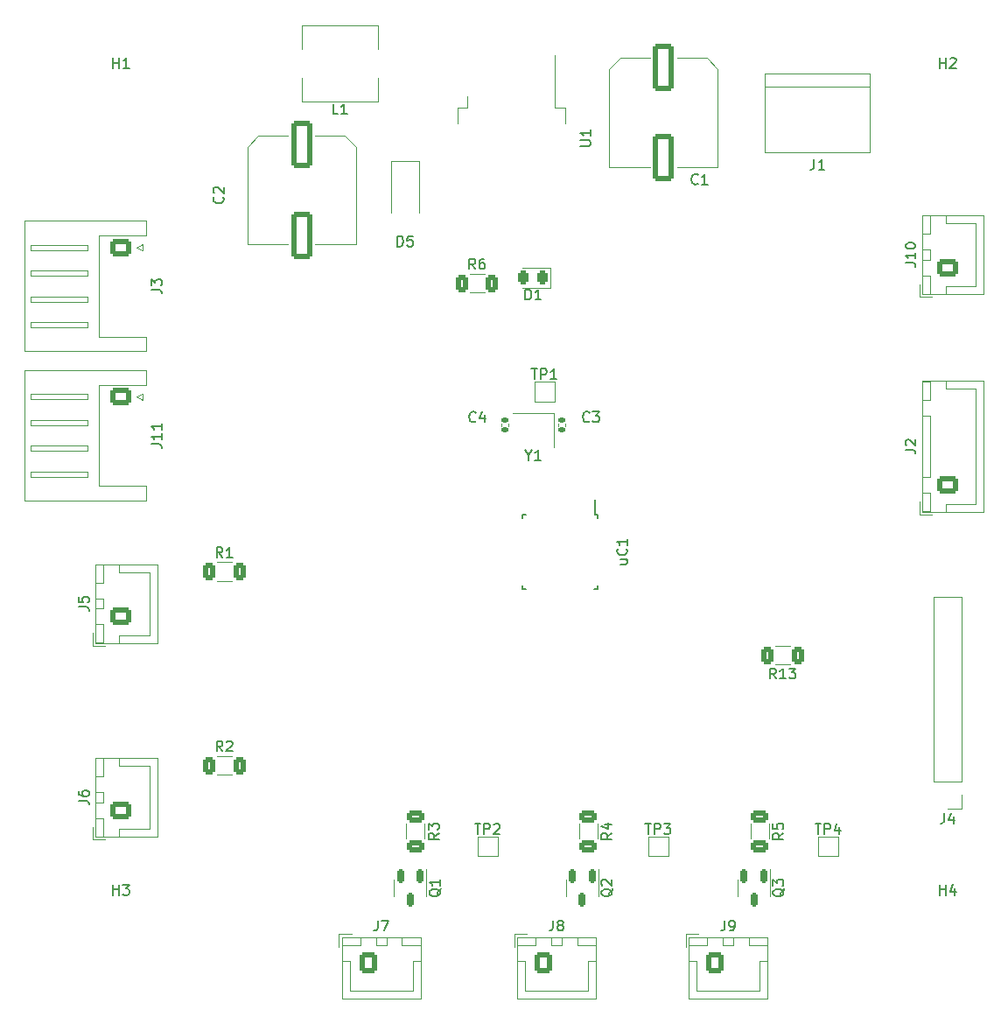
<source format=gbr>
%TF.GenerationSoftware,KiCad,Pcbnew,6.0.11-2627ca5db0~126~ubuntu22.04.1*%
%TF.CreationDate,2023-04-10T22:11:35+02:00*%
%TF.ProjectId,Slicor_carte_commande,536c6963-6f72-45f6-9361-7274655f636f,rev?*%
%TF.SameCoordinates,Original*%
%TF.FileFunction,Legend,Top*%
%TF.FilePolarity,Positive*%
%FSLAX46Y46*%
G04 Gerber Fmt 4.6, Leading zero omitted, Abs format (unit mm)*
G04 Created by KiCad (PCBNEW 6.0.11-2627ca5db0~126~ubuntu22.04.1) date 2023-04-10 22:11:35*
%MOMM*%
%LPD*%
G01*
G04 APERTURE LIST*
G04 Aperture macros list*
%AMRoundRect*
0 Rectangle with rounded corners*
0 $1 Rounding radius*
0 $2 $3 $4 $5 $6 $7 $8 $9 X,Y pos of 4 corners*
0 Add a 4 corners polygon primitive as box body*
4,1,4,$2,$3,$4,$5,$6,$7,$8,$9,$2,$3,0*
0 Add four circle primitives for the rounded corners*
1,1,$1+$1,$2,$3*
1,1,$1+$1,$4,$5*
1,1,$1+$1,$6,$7*
1,1,$1+$1,$8,$9*
0 Add four rect primitives between the rounded corners*
20,1,$1+$1,$2,$3,$4,$5,0*
20,1,$1+$1,$4,$5,$6,$7,0*
20,1,$1+$1,$6,$7,$8,$9,0*
20,1,$1+$1,$8,$9,$2,$3,0*%
G04 Aperture macros list end*
%ADD10C,0.150000*%
%ADD11C,0.120000*%
%ADD12R,1.700000X1.700000*%
%ADD13O,1.700000X1.700000*%
%ADD14R,1.100000X4.600000*%
%ADD15R,10.800000X9.400000*%
%ADD16RoundRect,0.250000X0.750000X-0.600000X0.750000X0.600000X-0.750000X0.600000X-0.750000X-0.600000X0*%
%ADD17O,2.000000X1.700000*%
%ADD18RoundRect,0.250001X-0.799999X2.049999X-0.799999X-2.049999X0.799999X-2.049999X0.799999X2.049999X0*%
%ADD19RoundRect,0.150000X-0.150000X0.512500X-0.150000X-0.512500X0.150000X-0.512500X0.150000X0.512500X0*%
%ADD20RoundRect,0.250000X-0.600000X-0.750000X0.600000X-0.750000X0.600000X0.750000X-0.600000X0.750000X0*%
%ADD21O,1.700000X2.000000*%
%ADD22RoundRect,0.140000X-0.170000X0.140000X-0.170000X-0.140000X0.170000X-0.140000X0.170000X0.140000X0*%
%ADD23RoundRect,0.250000X0.725000X-0.600000X0.725000X0.600000X-0.725000X0.600000X-0.725000X-0.600000X0*%
%ADD24O,1.950000X1.700000*%
%ADD25RoundRect,0.250000X-0.725000X0.600000X-0.725000X-0.600000X0.725000X-0.600000X0.725000X0.600000X0*%
%ADD26RoundRect,0.250000X-0.312500X-0.625000X0.312500X-0.625000X0.312500X0.625000X-0.312500X0.625000X0*%
%ADD27R,2.100000X1.400000*%
%ADD28R,0.550000X1.600000*%
%ADD29R,1.600000X0.550000*%
%ADD30RoundRect,0.250000X-0.625000X0.312500X-0.625000X-0.312500X0.625000X-0.312500X0.625000X0.312500X0*%
%ADD31R,1.500000X2.200000*%
%ADD32R,3.000000X3.000000*%
%ADD33C,3.000000*%
%ADD34R,1.500000X1.500000*%
%ADD35C,7.500000*%
%ADD36RoundRect,0.243750X0.243750X0.456250X-0.243750X0.456250X-0.243750X-0.456250X0.243750X-0.456250X0*%
%ADD37RoundRect,0.250000X0.312500X0.625000X-0.312500X0.625000X-0.312500X-0.625000X0.312500X-0.625000X0*%
%ADD38R,1.400000X1.200000*%
G04 APERTURE END LIST*
D10*
%TO.C,J4*%
X114666666Y-102782380D02*
X114666666Y-103496666D01*
X114619047Y-103639523D01*
X114523809Y-103734761D01*
X114380952Y-103782380D01*
X114285714Y-103782380D01*
X115571428Y-103115714D02*
X115571428Y-103782380D01*
X115333333Y-102734761D02*
X115095238Y-103449047D01*
X115714285Y-103449047D01*
%TO.C,U1*%
X79452380Y-38261904D02*
X80261904Y-38261904D01*
X80357142Y-38214285D01*
X80404761Y-38166666D01*
X80452380Y-38071428D01*
X80452380Y-37880952D01*
X80404761Y-37785714D01*
X80357142Y-37738095D01*
X80261904Y-37690476D01*
X79452380Y-37690476D01*
X80452380Y-36690476D02*
X80452380Y-37261904D01*
X80452380Y-36976190D02*
X79452380Y-36976190D01*
X79595238Y-37071428D01*
X79690476Y-37166666D01*
X79738095Y-37261904D01*
%TO.C,J5*%
X30902380Y-82833333D02*
X31616666Y-82833333D01*
X31759523Y-82880952D01*
X31854761Y-82976190D01*
X31902380Y-83119047D01*
X31902380Y-83214285D01*
X30902380Y-81880952D02*
X30902380Y-82357142D01*
X31378571Y-82404761D01*
X31330952Y-82357142D01*
X31283333Y-82261904D01*
X31283333Y-82023809D01*
X31330952Y-81928571D01*
X31378571Y-81880952D01*
X31473809Y-81833333D01*
X31711904Y-81833333D01*
X31807142Y-81880952D01*
X31854761Y-81928571D01*
X31902380Y-82023809D01*
X31902380Y-82261904D01*
X31854761Y-82357142D01*
X31807142Y-82404761D01*
%TO.C,C2*%
X44857142Y-43166666D02*
X44904761Y-43214285D01*
X44952380Y-43357142D01*
X44952380Y-43452380D01*
X44904761Y-43595238D01*
X44809523Y-43690476D01*
X44714285Y-43738095D01*
X44523809Y-43785714D01*
X44380952Y-43785714D01*
X44190476Y-43738095D01*
X44095238Y-43690476D01*
X44000000Y-43595238D01*
X43952380Y-43452380D01*
X43952380Y-43357142D01*
X44000000Y-43214285D01*
X44047619Y-43166666D01*
X44047619Y-42785714D02*
X44000000Y-42738095D01*
X43952380Y-42642857D01*
X43952380Y-42404761D01*
X44000000Y-42309523D01*
X44047619Y-42261904D01*
X44142857Y-42214285D01*
X44238095Y-42214285D01*
X44380952Y-42261904D01*
X44952380Y-42833333D01*
X44952380Y-42214285D01*
%TO.C,Q2*%
X82597619Y-110095238D02*
X82550000Y-110190476D01*
X82454761Y-110285714D01*
X82311904Y-110428571D01*
X82264285Y-110523809D01*
X82264285Y-110619047D01*
X82502380Y-110571428D02*
X82454761Y-110666666D01*
X82359523Y-110761904D01*
X82169047Y-110809523D01*
X81835714Y-110809523D01*
X81645238Y-110761904D01*
X81550000Y-110666666D01*
X81502380Y-110571428D01*
X81502380Y-110380952D01*
X81550000Y-110285714D01*
X81645238Y-110190476D01*
X81835714Y-110142857D01*
X82169047Y-110142857D01*
X82359523Y-110190476D01*
X82454761Y-110285714D01*
X82502380Y-110380952D01*
X82502380Y-110571428D01*
X81597619Y-109761904D02*
X81550000Y-109714285D01*
X81502380Y-109619047D01*
X81502380Y-109380952D01*
X81550000Y-109285714D01*
X81597619Y-109238095D01*
X81692857Y-109190476D01*
X81788095Y-109190476D01*
X81930952Y-109238095D01*
X82502380Y-109809523D01*
X82502380Y-109190476D01*
%TO.C,J9*%
X93416666Y-113152380D02*
X93416666Y-113866666D01*
X93369047Y-114009523D01*
X93273809Y-114104761D01*
X93130952Y-114152380D01*
X93035714Y-114152380D01*
X93940476Y-114152380D02*
X94130952Y-114152380D01*
X94226190Y-114104761D01*
X94273809Y-114057142D01*
X94369047Y-113914285D01*
X94416666Y-113723809D01*
X94416666Y-113342857D01*
X94369047Y-113247619D01*
X94321428Y-113200000D01*
X94226190Y-113152380D01*
X94035714Y-113152380D01*
X93940476Y-113200000D01*
X93892857Y-113247619D01*
X93845238Y-113342857D01*
X93845238Y-113580952D01*
X93892857Y-113676190D01*
X93940476Y-113723809D01*
X94035714Y-113771428D01*
X94226190Y-113771428D01*
X94321428Y-113723809D01*
X94369047Y-113676190D01*
X94416666Y-113580952D01*
%TO.C,C4*%
X69333333Y-64857142D02*
X69285714Y-64904761D01*
X69142857Y-64952380D01*
X69047619Y-64952380D01*
X68904761Y-64904761D01*
X68809523Y-64809523D01*
X68761904Y-64714285D01*
X68714285Y-64523809D01*
X68714285Y-64380952D01*
X68761904Y-64190476D01*
X68809523Y-64095238D01*
X68904761Y-64000000D01*
X69047619Y-63952380D01*
X69142857Y-63952380D01*
X69285714Y-64000000D01*
X69333333Y-64047619D01*
X70190476Y-64285714D02*
X70190476Y-64952380D01*
X69952380Y-63904761D02*
X69714285Y-64619047D01*
X70333333Y-64619047D01*
%TO.C,J2*%
X110902380Y-67633333D02*
X111616666Y-67633333D01*
X111759523Y-67680952D01*
X111854761Y-67776190D01*
X111902380Y-67919047D01*
X111902380Y-68014285D01*
X110997619Y-67204761D02*
X110950000Y-67157142D01*
X110902380Y-67061904D01*
X110902380Y-66823809D01*
X110950000Y-66728571D01*
X110997619Y-66680952D01*
X111092857Y-66633333D01*
X111188095Y-66633333D01*
X111330952Y-66680952D01*
X111902380Y-67252380D01*
X111902380Y-66633333D01*
%TO.C,J3*%
X37952380Y-52133333D02*
X38666666Y-52133333D01*
X38809523Y-52180952D01*
X38904761Y-52276190D01*
X38952380Y-52419047D01*
X38952380Y-52514285D01*
X37952380Y-51752380D02*
X37952380Y-51133333D01*
X38333333Y-51466666D01*
X38333333Y-51323809D01*
X38380952Y-51228571D01*
X38428571Y-51180952D01*
X38523809Y-51133333D01*
X38761904Y-51133333D01*
X38857142Y-51180952D01*
X38904761Y-51228571D01*
X38952380Y-51323809D01*
X38952380Y-51609523D01*
X38904761Y-51704761D01*
X38857142Y-51752380D01*
%TO.C,R2*%
X44833333Y-96802380D02*
X44500000Y-96326190D01*
X44261904Y-96802380D02*
X44261904Y-95802380D01*
X44642857Y-95802380D01*
X44738095Y-95850000D01*
X44785714Y-95897619D01*
X44833333Y-95992857D01*
X44833333Y-96135714D01*
X44785714Y-96230952D01*
X44738095Y-96278571D01*
X44642857Y-96326190D01*
X44261904Y-96326190D01*
X45214285Y-95897619D02*
X45261904Y-95850000D01*
X45357142Y-95802380D01*
X45595238Y-95802380D01*
X45690476Y-95850000D01*
X45738095Y-95897619D01*
X45785714Y-95992857D01*
X45785714Y-96088095D01*
X45738095Y-96230952D01*
X45166666Y-96802380D01*
X45785714Y-96802380D01*
%TO.C,D5*%
X61761904Y-47952380D02*
X61761904Y-46952380D01*
X62000000Y-46952380D01*
X62142857Y-47000000D01*
X62238095Y-47095238D01*
X62285714Y-47190476D01*
X62333333Y-47380952D01*
X62333333Y-47523809D01*
X62285714Y-47714285D01*
X62238095Y-47809523D01*
X62142857Y-47904761D01*
X62000000Y-47952380D01*
X61761904Y-47952380D01*
X63238095Y-46952380D02*
X62761904Y-46952380D01*
X62714285Y-47428571D01*
X62761904Y-47380952D01*
X62857142Y-47333333D01*
X63095238Y-47333333D01*
X63190476Y-47380952D01*
X63238095Y-47428571D01*
X63285714Y-47523809D01*
X63285714Y-47761904D01*
X63238095Y-47857142D01*
X63190476Y-47904761D01*
X63095238Y-47952380D01*
X62857142Y-47952380D01*
X62761904Y-47904761D01*
X62714285Y-47857142D01*
%TO.C,R6*%
X69295833Y-50142380D02*
X68962500Y-49666190D01*
X68724404Y-50142380D02*
X68724404Y-49142380D01*
X69105357Y-49142380D01*
X69200595Y-49190000D01*
X69248214Y-49237619D01*
X69295833Y-49332857D01*
X69295833Y-49475714D01*
X69248214Y-49570952D01*
X69200595Y-49618571D01*
X69105357Y-49666190D01*
X68724404Y-49666190D01*
X70152976Y-49142380D02*
X69962500Y-49142380D01*
X69867261Y-49190000D01*
X69819642Y-49237619D01*
X69724404Y-49380476D01*
X69676785Y-49570952D01*
X69676785Y-49951904D01*
X69724404Y-50047142D01*
X69772023Y-50094761D01*
X69867261Y-50142380D01*
X70057738Y-50142380D01*
X70152976Y-50094761D01*
X70200595Y-50047142D01*
X70248214Y-49951904D01*
X70248214Y-49713809D01*
X70200595Y-49618571D01*
X70152976Y-49570952D01*
X70057738Y-49523333D01*
X69867261Y-49523333D01*
X69772023Y-49570952D01*
X69724404Y-49618571D01*
X69676785Y-49713809D01*
%TO.C,uC1*%
X83335714Y-78261904D02*
X84002380Y-78261904D01*
X83335714Y-78690476D02*
X83859523Y-78690476D01*
X83954761Y-78642857D01*
X84002380Y-78547619D01*
X84002380Y-78404761D01*
X83954761Y-78309523D01*
X83907142Y-78261904D01*
X83907142Y-77214285D02*
X83954761Y-77261904D01*
X84002380Y-77404761D01*
X84002380Y-77500000D01*
X83954761Y-77642857D01*
X83859523Y-77738095D01*
X83764285Y-77785714D01*
X83573809Y-77833333D01*
X83430952Y-77833333D01*
X83240476Y-77785714D01*
X83145238Y-77738095D01*
X83050000Y-77642857D01*
X83002380Y-77500000D01*
X83002380Y-77404761D01*
X83050000Y-77261904D01*
X83097619Y-77214285D01*
X84002380Y-76261904D02*
X84002380Y-76833333D01*
X84002380Y-76547619D02*
X83002380Y-76547619D01*
X83145238Y-76642857D01*
X83240476Y-76738095D01*
X83288095Y-76833333D01*
%TO.C,R3*%
X65772380Y-104704166D02*
X65296190Y-105037500D01*
X65772380Y-105275595D02*
X64772380Y-105275595D01*
X64772380Y-104894642D01*
X64820000Y-104799404D01*
X64867619Y-104751785D01*
X64962857Y-104704166D01*
X65105714Y-104704166D01*
X65200952Y-104751785D01*
X65248571Y-104799404D01*
X65296190Y-104894642D01*
X65296190Y-105275595D01*
X64772380Y-104370833D02*
X64772380Y-103751785D01*
X65153333Y-104085119D01*
X65153333Y-103942261D01*
X65200952Y-103847023D01*
X65248571Y-103799404D01*
X65343809Y-103751785D01*
X65581904Y-103751785D01*
X65677142Y-103799404D01*
X65724761Y-103847023D01*
X65772380Y-103942261D01*
X65772380Y-104227976D01*
X65724761Y-104323214D01*
X65677142Y-104370833D01*
%TO.C,L1*%
X56023333Y-35162380D02*
X55547142Y-35162380D01*
X55547142Y-34162380D01*
X56880476Y-35162380D02*
X56309047Y-35162380D01*
X56594761Y-35162380D02*
X56594761Y-34162380D01*
X56499523Y-34305238D01*
X56404285Y-34400476D01*
X56309047Y-34448095D01*
%TO.C,R5*%
X99102380Y-104704166D02*
X98626190Y-105037500D01*
X99102380Y-105275595D02*
X98102380Y-105275595D01*
X98102380Y-104894642D01*
X98150000Y-104799404D01*
X98197619Y-104751785D01*
X98292857Y-104704166D01*
X98435714Y-104704166D01*
X98530952Y-104751785D01*
X98578571Y-104799404D01*
X98626190Y-104894642D01*
X98626190Y-105275595D01*
X98102380Y-103799404D02*
X98102380Y-104275595D01*
X98578571Y-104323214D01*
X98530952Y-104275595D01*
X98483333Y-104180357D01*
X98483333Y-103942261D01*
X98530952Y-103847023D01*
X98578571Y-103799404D01*
X98673809Y-103751785D01*
X98911904Y-103751785D01*
X99007142Y-103799404D01*
X99054761Y-103847023D01*
X99102380Y-103942261D01*
X99102380Y-104180357D01*
X99054761Y-104275595D01*
X99007142Y-104323214D01*
%TO.C,J11*%
X37952380Y-67059523D02*
X38666666Y-67059523D01*
X38809523Y-67107142D01*
X38904761Y-67202380D01*
X38952380Y-67345238D01*
X38952380Y-67440476D01*
X38952380Y-66059523D02*
X38952380Y-66630952D01*
X38952380Y-66345238D02*
X37952380Y-66345238D01*
X38095238Y-66440476D01*
X38190476Y-66535714D01*
X38238095Y-66630952D01*
X38952380Y-65107142D02*
X38952380Y-65678571D01*
X38952380Y-65392857D02*
X37952380Y-65392857D01*
X38095238Y-65488095D01*
X38190476Y-65583333D01*
X38238095Y-65678571D01*
%TO.C,J1*%
X102086666Y-39532380D02*
X102086666Y-40246666D01*
X102039047Y-40389523D01*
X101943809Y-40484761D01*
X101800952Y-40532380D01*
X101705714Y-40532380D01*
X103086666Y-40532380D02*
X102515238Y-40532380D01*
X102800952Y-40532380D02*
X102800952Y-39532380D01*
X102705714Y-39675238D01*
X102610476Y-39770476D01*
X102515238Y-39818095D01*
%TO.C,C3*%
X80333333Y-64857142D02*
X80285714Y-64904761D01*
X80142857Y-64952380D01*
X80047619Y-64952380D01*
X79904761Y-64904761D01*
X79809523Y-64809523D01*
X79761904Y-64714285D01*
X79714285Y-64523809D01*
X79714285Y-64380952D01*
X79761904Y-64190476D01*
X79809523Y-64095238D01*
X79904761Y-64000000D01*
X80047619Y-63952380D01*
X80142857Y-63952380D01*
X80285714Y-64000000D01*
X80333333Y-64047619D01*
X80666666Y-63952380D02*
X81285714Y-63952380D01*
X80952380Y-64333333D01*
X81095238Y-64333333D01*
X81190476Y-64380952D01*
X81238095Y-64428571D01*
X81285714Y-64523809D01*
X81285714Y-64761904D01*
X81238095Y-64857142D01*
X81190476Y-64904761D01*
X81095238Y-64952380D01*
X80809523Y-64952380D01*
X80714285Y-64904761D01*
X80666666Y-64857142D01*
%TO.C,J8*%
X76816666Y-113152380D02*
X76816666Y-113866666D01*
X76769047Y-114009523D01*
X76673809Y-114104761D01*
X76530952Y-114152380D01*
X76435714Y-114152380D01*
X77435714Y-113580952D02*
X77340476Y-113533333D01*
X77292857Y-113485714D01*
X77245238Y-113390476D01*
X77245238Y-113342857D01*
X77292857Y-113247619D01*
X77340476Y-113200000D01*
X77435714Y-113152380D01*
X77626190Y-113152380D01*
X77721428Y-113200000D01*
X77769047Y-113247619D01*
X77816666Y-113342857D01*
X77816666Y-113390476D01*
X77769047Y-113485714D01*
X77721428Y-113533333D01*
X77626190Y-113580952D01*
X77435714Y-113580952D01*
X77340476Y-113628571D01*
X77292857Y-113676190D01*
X77245238Y-113771428D01*
X77245238Y-113961904D01*
X77292857Y-114057142D01*
X77340476Y-114104761D01*
X77435714Y-114152380D01*
X77626190Y-114152380D01*
X77721428Y-114104761D01*
X77769047Y-114057142D01*
X77816666Y-113961904D01*
X77816666Y-113771428D01*
X77769047Y-113676190D01*
X77721428Y-113628571D01*
X77626190Y-113580952D01*
%TO.C,TP4*%
X102188095Y-103804380D02*
X102759523Y-103804380D01*
X102473809Y-104804380D02*
X102473809Y-103804380D01*
X103092857Y-104804380D02*
X103092857Y-103804380D01*
X103473809Y-103804380D01*
X103569047Y-103852000D01*
X103616666Y-103899619D01*
X103664285Y-103994857D01*
X103664285Y-104137714D01*
X103616666Y-104232952D01*
X103569047Y-104280571D01*
X103473809Y-104328190D01*
X103092857Y-104328190D01*
X104521428Y-104137714D02*
X104521428Y-104804380D01*
X104283333Y-103756761D02*
X104045238Y-104471047D01*
X104664285Y-104471047D01*
%TO.C,H1*%
X34238095Y-30702380D02*
X34238095Y-29702380D01*
X34238095Y-30178571D02*
X34809523Y-30178571D01*
X34809523Y-30702380D02*
X34809523Y-29702380D01*
X35809523Y-30702380D02*
X35238095Y-30702380D01*
X35523809Y-30702380D02*
X35523809Y-29702380D01*
X35428571Y-29845238D01*
X35333333Y-29940476D01*
X35238095Y-29988095D01*
%TO.C,R4*%
X82502380Y-104704166D02*
X82026190Y-105037500D01*
X82502380Y-105275595D02*
X81502380Y-105275595D01*
X81502380Y-104894642D01*
X81550000Y-104799404D01*
X81597619Y-104751785D01*
X81692857Y-104704166D01*
X81835714Y-104704166D01*
X81930952Y-104751785D01*
X81978571Y-104799404D01*
X82026190Y-104894642D01*
X82026190Y-105275595D01*
X81835714Y-103847023D02*
X82502380Y-103847023D01*
X81454761Y-104085119D02*
X82169047Y-104323214D01*
X82169047Y-103704166D01*
%TO.C,C1*%
X90833333Y-41857142D02*
X90785714Y-41904761D01*
X90642857Y-41952380D01*
X90547619Y-41952380D01*
X90404761Y-41904761D01*
X90309523Y-41809523D01*
X90261904Y-41714285D01*
X90214285Y-41523809D01*
X90214285Y-41380952D01*
X90261904Y-41190476D01*
X90309523Y-41095238D01*
X90404761Y-41000000D01*
X90547619Y-40952380D01*
X90642857Y-40952380D01*
X90785714Y-41000000D01*
X90833333Y-41047619D01*
X91785714Y-41952380D02*
X91214285Y-41952380D01*
X91500000Y-41952380D02*
X91500000Y-40952380D01*
X91404761Y-41095238D01*
X91309523Y-41190476D01*
X91214285Y-41238095D01*
%TO.C,J10*%
X110902380Y-49559523D02*
X111616666Y-49559523D01*
X111759523Y-49607142D01*
X111854761Y-49702380D01*
X111902380Y-49845238D01*
X111902380Y-49940476D01*
X111902380Y-48559523D02*
X111902380Y-49130952D01*
X111902380Y-48845238D02*
X110902380Y-48845238D01*
X111045238Y-48940476D01*
X111140476Y-49035714D01*
X111188095Y-49130952D01*
X110902380Y-47940476D02*
X110902380Y-47845238D01*
X110950000Y-47750000D01*
X110997619Y-47702380D01*
X111092857Y-47654761D01*
X111283333Y-47607142D01*
X111521428Y-47607142D01*
X111711904Y-47654761D01*
X111807142Y-47702380D01*
X111854761Y-47750000D01*
X111902380Y-47845238D01*
X111902380Y-47940476D01*
X111854761Y-48035714D01*
X111807142Y-48083333D01*
X111711904Y-48130952D01*
X111521428Y-48178571D01*
X111283333Y-48178571D01*
X111092857Y-48130952D01*
X110997619Y-48083333D01*
X110950000Y-48035714D01*
X110902380Y-47940476D01*
%TO.C,J7*%
X59866666Y-113152380D02*
X59866666Y-113866666D01*
X59819047Y-114009523D01*
X59723809Y-114104761D01*
X59580952Y-114152380D01*
X59485714Y-114152380D01*
X60247619Y-113152380D02*
X60914285Y-113152380D01*
X60485714Y-114152380D01*
%TO.C,TP2*%
X69238095Y-103804380D02*
X69809523Y-103804380D01*
X69523809Y-104804380D02*
X69523809Y-103804380D01*
X70142857Y-104804380D02*
X70142857Y-103804380D01*
X70523809Y-103804380D01*
X70619047Y-103852000D01*
X70666666Y-103899619D01*
X70714285Y-103994857D01*
X70714285Y-104137714D01*
X70666666Y-104232952D01*
X70619047Y-104280571D01*
X70523809Y-104328190D01*
X70142857Y-104328190D01*
X71095238Y-103899619D02*
X71142857Y-103852000D01*
X71238095Y-103804380D01*
X71476190Y-103804380D01*
X71571428Y-103852000D01*
X71619047Y-103899619D01*
X71666666Y-103994857D01*
X71666666Y-104090095D01*
X71619047Y-104232952D01*
X71047619Y-104804380D01*
X71666666Y-104804380D01*
%TO.C,D1*%
X74136904Y-53102380D02*
X74136904Y-52102380D01*
X74375000Y-52102380D01*
X74517857Y-52150000D01*
X74613095Y-52245238D01*
X74660714Y-52340476D01*
X74708333Y-52530952D01*
X74708333Y-52673809D01*
X74660714Y-52864285D01*
X74613095Y-52959523D01*
X74517857Y-53054761D01*
X74375000Y-53102380D01*
X74136904Y-53102380D01*
X75660714Y-53102380D02*
X75089285Y-53102380D01*
X75375000Y-53102380D02*
X75375000Y-52102380D01*
X75279761Y-52245238D01*
X75184523Y-52340476D01*
X75089285Y-52388095D01*
%TO.C,H4*%
X114238095Y-110702380D02*
X114238095Y-109702380D01*
X114238095Y-110178571D02*
X114809523Y-110178571D01*
X114809523Y-110702380D02*
X114809523Y-109702380D01*
X115714285Y-110035714D02*
X115714285Y-110702380D01*
X115476190Y-109654761D02*
X115238095Y-110369047D01*
X115857142Y-110369047D01*
%TO.C,J6*%
X30902380Y-101583333D02*
X31616666Y-101583333D01*
X31759523Y-101630952D01*
X31854761Y-101726190D01*
X31902380Y-101869047D01*
X31902380Y-101964285D01*
X30902380Y-100678571D02*
X30902380Y-100869047D01*
X30950000Y-100964285D01*
X30997619Y-101011904D01*
X31140476Y-101107142D01*
X31330952Y-101154761D01*
X31711904Y-101154761D01*
X31807142Y-101107142D01*
X31854761Y-101059523D01*
X31902380Y-100964285D01*
X31902380Y-100773809D01*
X31854761Y-100678571D01*
X31807142Y-100630952D01*
X31711904Y-100583333D01*
X31473809Y-100583333D01*
X31378571Y-100630952D01*
X31330952Y-100678571D01*
X31283333Y-100773809D01*
X31283333Y-100964285D01*
X31330952Y-101059523D01*
X31378571Y-101107142D01*
X31473809Y-101154761D01*
%TO.C,R13*%
X98394642Y-89772380D02*
X98061309Y-89296190D01*
X97823214Y-89772380D02*
X97823214Y-88772380D01*
X98204166Y-88772380D01*
X98299404Y-88820000D01*
X98347023Y-88867619D01*
X98394642Y-88962857D01*
X98394642Y-89105714D01*
X98347023Y-89200952D01*
X98299404Y-89248571D01*
X98204166Y-89296190D01*
X97823214Y-89296190D01*
X99347023Y-89772380D02*
X98775595Y-89772380D01*
X99061309Y-89772380D02*
X99061309Y-88772380D01*
X98966071Y-88915238D01*
X98870833Y-89010476D01*
X98775595Y-89058095D01*
X99680357Y-88772380D02*
X100299404Y-88772380D01*
X99966071Y-89153333D01*
X100108928Y-89153333D01*
X100204166Y-89200952D01*
X100251785Y-89248571D01*
X100299404Y-89343809D01*
X100299404Y-89581904D01*
X100251785Y-89677142D01*
X100204166Y-89724761D01*
X100108928Y-89772380D01*
X99823214Y-89772380D01*
X99727976Y-89724761D01*
X99680357Y-89677142D01*
%TO.C,H3*%
X34238095Y-110702380D02*
X34238095Y-109702380D01*
X34238095Y-110178571D02*
X34809523Y-110178571D01*
X34809523Y-110702380D02*
X34809523Y-109702380D01*
X35190476Y-109702380D02*
X35809523Y-109702380D01*
X35476190Y-110083333D01*
X35619047Y-110083333D01*
X35714285Y-110130952D01*
X35761904Y-110178571D01*
X35809523Y-110273809D01*
X35809523Y-110511904D01*
X35761904Y-110607142D01*
X35714285Y-110654761D01*
X35619047Y-110702380D01*
X35333333Y-110702380D01*
X35238095Y-110654761D01*
X35190476Y-110607142D01*
%TO.C,Y1*%
X74448809Y-68151190D02*
X74448809Y-68627380D01*
X74115476Y-67627380D02*
X74448809Y-68151190D01*
X74782142Y-67627380D01*
X75639285Y-68627380D02*
X75067857Y-68627380D01*
X75353571Y-68627380D02*
X75353571Y-67627380D01*
X75258333Y-67770238D01*
X75163095Y-67865476D01*
X75067857Y-67913095D01*
%TO.C,Q1*%
X65947619Y-110095238D02*
X65900000Y-110190476D01*
X65804761Y-110285714D01*
X65661904Y-110428571D01*
X65614285Y-110523809D01*
X65614285Y-110619047D01*
X65852380Y-110571428D02*
X65804761Y-110666666D01*
X65709523Y-110761904D01*
X65519047Y-110809523D01*
X65185714Y-110809523D01*
X64995238Y-110761904D01*
X64900000Y-110666666D01*
X64852380Y-110571428D01*
X64852380Y-110380952D01*
X64900000Y-110285714D01*
X64995238Y-110190476D01*
X65185714Y-110142857D01*
X65519047Y-110142857D01*
X65709523Y-110190476D01*
X65804761Y-110285714D01*
X65852380Y-110380952D01*
X65852380Y-110571428D01*
X65852380Y-109190476D02*
X65852380Y-109761904D01*
X65852380Y-109476190D02*
X64852380Y-109476190D01*
X64995238Y-109571428D01*
X65090476Y-109666666D01*
X65138095Y-109761904D01*
%TO.C,H2*%
X114238095Y-30702380D02*
X114238095Y-29702380D01*
X114238095Y-30178571D02*
X114809523Y-30178571D01*
X114809523Y-30702380D02*
X114809523Y-29702380D01*
X115238095Y-29797619D02*
X115285714Y-29750000D01*
X115380952Y-29702380D01*
X115619047Y-29702380D01*
X115714285Y-29750000D01*
X115761904Y-29797619D01*
X115809523Y-29892857D01*
X115809523Y-29988095D01*
X115761904Y-30130952D01*
X115190476Y-30702380D01*
X115809523Y-30702380D01*
%TO.C,R1*%
X44833333Y-78052380D02*
X44500000Y-77576190D01*
X44261904Y-78052380D02*
X44261904Y-77052380D01*
X44642857Y-77052380D01*
X44738095Y-77100000D01*
X44785714Y-77147619D01*
X44833333Y-77242857D01*
X44833333Y-77385714D01*
X44785714Y-77480952D01*
X44738095Y-77528571D01*
X44642857Y-77576190D01*
X44261904Y-77576190D01*
X45785714Y-78052380D02*
X45214285Y-78052380D01*
X45500000Y-78052380D02*
X45500000Y-77052380D01*
X45404761Y-77195238D01*
X45309523Y-77290476D01*
X45214285Y-77338095D01*
%TO.C,Q3*%
X99197619Y-110095238D02*
X99150000Y-110190476D01*
X99054761Y-110285714D01*
X98911904Y-110428571D01*
X98864285Y-110523809D01*
X98864285Y-110619047D01*
X99102380Y-110571428D02*
X99054761Y-110666666D01*
X98959523Y-110761904D01*
X98769047Y-110809523D01*
X98435714Y-110809523D01*
X98245238Y-110761904D01*
X98150000Y-110666666D01*
X98102380Y-110571428D01*
X98102380Y-110380952D01*
X98150000Y-110285714D01*
X98245238Y-110190476D01*
X98435714Y-110142857D01*
X98769047Y-110142857D01*
X98959523Y-110190476D01*
X99054761Y-110285714D01*
X99102380Y-110380952D01*
X99102380Y-110571428D01*
X98102380Y-109809523D02*
X98102380Y-109190476D01*
X98483333Y-109523809D01*
X98483333Y-109380952D01*
X98530952Y-109285714D01*
X98578571Y-109238095D01*
X98673809Y-109190476D01*
X98911904Y-109190476D01*
X99007142Y-109238095D01*
X99054761Y-109285714D01*
X99102380Y-109380952D01*
X99102380Y-109666666D01*
X99054761Y-109761904D01*
X99007142Y-109809523D01*
%TO.C,TP1*%
X74738095Y-59804380D02*
X75309523Y-59804380D01*
X75023809Y-60804380D02*
X75023809Y-59804380D01*
X75642857Y-60804380D02*
X75642857Y-59804380D01*
X76023809Y-59804380D01*
X76119047Y-59852000D01*
X76166666Y-59899619D01*
X76214285Y-59994857D01*
X76214285Y-60137714D01*
X76166666Y-60232952D01*
X76119047Y-60280571D01*
X76023809Y-60328190D01*
X75642857Y-60328190D01*
X77166666Y-60804380D02*
X76595238Y-60804380D01*
X76880952Y-60804380D02*
X76880952Y-59804380D01*
X76785714Y-59947238D01*
X76690476Y-60042476D01*
X76595238Y-60090095D01*
%TO.C,TP3*%
X85738095Y-103804380D02*
X86309523Y-103804380D01*
X86023809Y-104804380D02*
X86023809Y-103804380D01*
X86642857Y-104804380D02*
X86642857Y-103804380D01*
X87023809Y-103804380D01*
X87119047Y-103852000D01*
X87166666Y-103899619D01*
X87214285Y-103994857D01*
X87214285Y-104137714D01*
X87166666Y-104232952D01*
X87119047Y-104280571D01*
X87023809Y-104328190D01*
X86642857Y-104328190D01*
X87547619Y-103804380D02*
X88166666Y-103804380D01*
X87833333Y-104185333D01*
X87976190Y-104185333D01*
X88071428Y-104232952D01*
X88119047Y-104280571D01*
X88166666Y-104375809D01*
X88166666Y-104613904D01*
X88119047Y-104709142D01*
X88071428Y-104756761D01*
X87976190Y-104804380D01*
X87690476Y-104804380D01*
X87595238Y-104756761D01*
X87547619Y-104709142D01*
D11*
%TO.C,J4*%
X116330000Y-99730000D02*
X113670000Y-99730000D01*
X116330000Y-81890000D02*
X113670000Y-81890000D01*
X116330000Y-99730000D02*
X116330000Y-81890000D01*
X116330000Y-101000000D02*
X116330000Y-102330000D01*
X113670000Y-99730000D02*
X113670000Y-81890000D01*
X116330000Y-102330000D02*
X115000000Y-102330000D01*
%TO.C,U1*%
X68525000Y-34550000D02*
X68525000Y-33450000D01*
X67575000Y-36050000D02*
X67575000Y-34550000D01*
X77975000Y-36050000D02*
X77975000Y-34550000D01*
X77975000Y-34550000D02*
X77025000Y-34550000D01*
X67575000Y-34550000D02*
X68525000Y-34550000D01*
X77025000Y-34550000D02*
X77025000Y-29425000D01*
%TO.C,J5*%
X34800000Y-86300000D02*
X34800000Y-85550000D01*
X34800000Y-78700000D02*
X34800000Y-79450000D01*
X32550000Y-86300000D02*
X33300000Y-86300000D01*
X33300000Y-84500000D02*
X32550000Y-84500000D01*
X32550000Y-84500000D02*
X32550000Y-86300000D01*
X32550000Y-78700000D02*
X32550000Y-80500000D01*
X38510000Y-78690000D02*
X32540000Y-78690000D01*
X38510000Y-86310000D02*
X38510000Y-78690000D01*
X37750000Y-85550000D02*
X37750000Y-82500000D01*
X32550000Y-80500000D02*
X33300000Y-80500000D01*
X33300000Y-83000000D02*
X33300000Y-82000000D01*
X34800000Y-85550000D02*
X37750000Y-85550000D01*
X32540000Y-86310000D02*
X38510000Y-86310000D01*
X34800000Y-79450000D02*
X37750000Y-79450000D01*
X32550000Y-82000000D02*
X32550000Y-83000000D01*
X32550000Y-83000000D02*
X33300000Y-83000000D01*
X32540000Y-78690000D02*
X32540000Y-86310000D01*
X32250000Y-85350000D02*
X32250000Y-86600000D01*
X33300000Y-82000000D02*
X32550000Y-82000000D01*
X33300000Y-78700000D02*
X32550000Y-78700000D01*
X37750000Y-79450000D02*
X37750000Y-82500000D01*
X33300000Y-80500000D02*
X33300000Y-78700000D01*
X32250000Y-86600000D02*
X33500000Y-86600000D01*
X33300000Y-86300000D02*
X33300000Y-84500000D01*
%TO.C,C2*%
X56695563Y-37240000D02*
X53810000Y-37240000D01*
X47240000Y-38304437D02*
X47240000Y-47760000D01*
X57760000Y-47760000D02*
X53810000Y-47760000D01*
X48304437Y-37240000D02*
X51190000Y-37240000D01*
X57760000Y-38304437D02*
X57760000Y-47760000D01*
X47240000Y-47760000D02*
X51190000Y-47760000D01*
X48304437Y-37240000D02*
X47240000Y-38304437D01*
X56695563Y-37240000D02*
X57760000Y-38304437D01*
%TO.C,Q2*%
X78090000Y-110000000D02*
X78090000Y-110800000D01*
X81210000Y-110000000D02*
X81210000Y-110800000D01*
X81210000Y-110000000D02*
X81210000Y-108200000D01*
X78090000Y-110000000D02*
X78090000Y-109200000D01*
%TO.C,J9*%
X91750000Y-114800000D02*
X89950000Y-114800000D01*
X91750000Y-115550000D02*
X91750000Y-114800000D01*
X89650000Y-114500000D02*
X89650000Y-115750000D01*
X93250000Y-114800000D02*
X93250000Y-115550000D01*
X97560000Y-114790000D02*
X89940000Y-114790000D01*
X89950000Y-117050000D02*
X90700000Y-117050000D01*
X89950000Y-115550000D02*
X91750000Y-115550000D01*
X96800000Y-120000000D02*
X93750000Y-120000000D01*
X90700000Y-120000000D02*
X93750000Y-120000000D01*
X97560000Y-120760000D02*
X97560000Y-114790000D01*
X97550000Y-114800000D02*
X95750000Y-114800000D01*
X90700000Y-117050000D02*
X90700000Y-120000000D01*
X96800000Y-117050000D02*
X96800000Y-120000000D01*
X97550000Y-117050000D02*
X96800000Y-117050000D01*
X89950000Y-114800000D02*
X89950000Y-115550000D01*
X94250000Y-114800000D02*
X93250000Y-114800000D01*
X95750000Y-114800000D02*
X95750000Y-115550000D01*
X89940000Y-114790000D02*
X89940000Y-120760000D01*
X89940000Y-120760000D02*
X97560000Y-120760000D01*
X95750000Y-115550000D02*
X97550000Y-115550000D01*
X90900000Y-114500000D02*
X89650000Y-114500000D01*
X93250000Y-115550000D02*
X94250000Y-115550000D01*
X94250000Y-115550000D02*
X94250000Y-114800000D01*
X97550000Y-115550000D02*
X97550000Y-114800000D01*
%TO.C,C4*%
X71815000Y-65097164D02*
X71815000Y-65312836D01*
X72535000Y-65097164D02*
X72535000Y-65312836D01*
%TO.C,J2*%
X112550000Y-61000000D02*
X112550000Y-62800000D01*
X112550000Y-71800000D02*
X112550000Y-73600000D01*
X112550000Y-64300000D02*
X112550000Y-70300000D01*
X114800000Y-61000000D02*
X114800000Y-61750000D01*
X114800000Y-61750000D02*
X117750000Y-61750000D01*
X112550000Y-62800000D02*
X113300000Y-62800000D01*
X112540000Y-73610000D02*
X118510000Y-73610000D01*
X112250000Y-73900000D02*
X113500000Y-73900000D01*
X112550000Y-70300000D02*
X113300000Y-70300000D01*
X113300000Y-71800000D02*
X112550000Y-71800000D01*
X118510000Y-73610000D02*
X118510000Y-60990000D01*
X113300000Y-73600000D02*
X113300000Y-71800000D01*
X118510000Y-60990000D02*
X112540000Y-60990000D01*
X114800000Y-72850000D02*
X117750000Y-72850000D01*
X113300000Y-61000000D02*
X112550000Y-61000000D01*
X114800000Y-73600000D02*
X114800000Y-72850000D01*
X113300000Y-70300000D02*
X113300000Y-64300000D01*
X117750000Y-61750000D02*
X117750000Y-67300000D01*
X117750000Y-72850000D02*
X117750000Y-67300000D01*
X113300000Y-64300000D02*
X112550000Y-64300000D01*
X112250000Y-72650000D02*
X112250000Y-73900000D01*
X113300000Y-62800000D02*
X113300000Y-61000000D01*
X112540000Y-60990000D02*
X112540000Y-73610000D01*
X112550000Y-73600000D02*
X113300000Y-73600000D01*
%TO.C,J3*%
X31800000Y-55300000D02*
X26300000Y-55300000D01*
X31800000Y-50300000D02*
X26300000Y-50300000D01*
X31800000Y-47800000D02*
X26300000Y-47800000D01*
X26300000Y-47800000D02*
X26300000Y-48300000D01*
X26300000Y-50800000D02*
X31800000Y-50800000D01*
X32910000Y-46910000D02*
X32910000Y-51800000D01*
X26300000Y-53300000D02*
X31800000Y-53300000D01*
X31800000Y-52800000D02*
X26300000Y-52800000D01*
X37410000Y-45490000D02*
X37410000Y-46910000D01*
X25690000Y-45490000D02*
X37410000Y-45490000D01*
X32910000Y-56690000D02*
X32910000Y-51800000D01*
X37100000Y-48350000D02*
X36500000Y-48050000D01*
X26300000Y-50300000D02*
X26300000Y-50800000D01*
X26300000Y-55800000D02*
X31800000Y-55800000D01*
X37100000Y-47750000D02*
X37100000Y-48350000D01*
X31800000Y-55800000D02*
X31800000Y-55300000D01*
X26300000Y-55300000D02*
X26300000Y-55800000D01*
X25690000Y-51800000D02*
X25690000Y-58110000D01*
X37410000Y-46910000D02*
X32910000Y-46910000D01*
X26300000Y-48300000D02*
X31800000Y-48300000D01*
X37410000Y-58110000D02*
X37410000Y-56690000D01*
X31800000Y-48300000D02*
X31800000Y-47800000D01*
X31800000Y-50800000D02*
X31800000Y-50300000D01*
X25690000Y-58110000D02*
X37410000Y-58110000D01*
X25690000Y-51800000D02*
X25690000Y-45490000D01*
X37410000Y-56690000D02*
X32910000Y-56690000D01*
X36500000Y-48050000D02*
X37100000Y-47750000D01*
X31800000Y-53300000D02*
X31800000Y-52800000D01*
X26300000Y-52800000D02*
X26300000Y-53300000D01*
%TO.C,R2*%
X44272936Y-99080000D02*
X45727064Y-99080000D01*
X44272936Y-97260000D02*
X45727064Y-97260000D01*
%TO.C,D5*%
X63860000Y-39720000D02*
X63860000Y-44700000D01*
X63860000Y-39720000D02*
X61140000Y-39720000D01*
X61140000Y-39720000D02*
X61140000Y-44700000D01*
%TO.C,R6*%
X68735436Y-50600000D02*
X70189564Y-50600000D01*
X68735436Y-52420000D02*
X70189564Y-52420000D01*
D10*
%TO.C,uC1*%
X81125000Y-73875000D02*
X81125000Y-74200000D01*
X73875000Y-81125000D02*
X74200000Y-81125000D01*
X81125000Y-81125000D02*
X80800000Y-81125000D01*
X80900000Y-73875000D02*
X80900000Y-72450000D01*
X73875000Y-73875000D02*
X73875000Y-74200000D01*
X73875000Y-73875000D02*
X74200000Y-73875000D01*
X73875000Y-81125000D02*
X73875000Y-80800000D01*
X81125000Y-73875000D02*
X80900000Y-73875000D01*
X81125000Y-81125000D02*
X81125000Y-80800000D01*
D11*
%TO.C,R3*%
X64410000Y-103810436D02*
X64410000Y-105264564D01*
X62590000Y-103810436D02*
X62590000Y-105264564D01*
%TO.C,L1*%
X52490000Y-26560000D02*
X59890000Y-26560000D01*
X59890000Y-33960000D02*
X52490000Y-33960000D01*
X52490000Y-33960000D02*
X52490000Y-31660000D01*
X59890000Y-31660000D02*
X59890000Y-33960000D01*
X59890000Y-26560000D02*
X59890000Y-28860000D01*
X52490000Y-28860000D02*
X52490000Y-26560000D01*
%TO.C,R5*%
X95920000Y-103810436D02*
X95920000Y-105264564D01*
X97740000Y-103810436D02*
X97740000Y-105264564D01*
%TO.C,J11*%
X31800000Y-62250000D02*
X26300000Y-62250000D01*
X26300000Y-70250000D02*
X31800000Y-70250000D01*
X31800000Y-64750000D02*
X26300000Y-64750000D01*
X37410000Y-71140000D02*
X32910000Y-71140000D01*
X36500000Y-62500000D02*
X37100000Y-62200000D01*
X32910000Y-71140000D02*
X32910000Y-66250000D01*
X37410000Y-59940000D02*
X37410000Y-61360000D01*
X26300000Y-62250000D02*
X26300000Y-62750000D01*
X26300000Y-67250000D02*
X26300000Y-67750000D01*
X25690000Y-66250000D02*
X25690000Y-59940000D01*
X25690000Y-59940000D02*
X37410000Y-59940000D01*
X37410000Y-61360000D02*
X32910000Y-61360000D01*
X37100000Y-62200000D02*
X37100000Y-62800000D01*
X31800000Y-69750000D02*
X26300000Y-69750000D01*
X25690000Y-66250000D02*
X25690000Y-72560000D01*
X25690000Y-72560000D02*
X37410000Y-72560000D01*
X26300000Y-69750000D02*
X26300000Y-70250000D01*
X32910000Y-61360000D02*
X32910000Y-66250000D01*
X26300000Y-67750000D02*
X31800000Y-67750000D01*
X31800000Y-65250000D02*
X31800000Y-64750000D01*
X31800000Y-62750000D02*
X31800000Y-62250000D01*
X31800000Y-67750000D02*
X31800000Y-67250000D01*
X26300000Y-64750000D02*
X26300000Y-65250000D01*
X31800000Y-70250000D02*
X31800000Y-69750000D01*
X26300000Y-62750000D02*
X31800000Y-62750000D01*
X37100000Y-62800000D02*
X36500000Y-62500000D01*
X26300000Y-65250000D02*
X31800000Y-65250000D01*
X37410000Y-72560000D02*
X37410000Y-71140000D01*
X31800000Y-67250000D02*
X26300000Y-67250000D01*
%TO.C,J1*%
X97340000Y-32460000D02*
X107500000Y-32460000D01*
X107500000Y-38810000D02*
X107500000Y-31190000D01*
X107500000Y-31190000D02*
X97340000Y-31190000D01*
X97340000Y-38810000D02*
X107500000Y-38810000D01*
X97340000Y-31190000D02*
X97340000Y-38810000D01*
%TO.C,C3*%
X77315000Y-65117164D02*
X77315000Y-65332836D01*
X78035000Y-65117164D02*
X78035000Y-65332836D01*
%TO.C,J8*%
X80950000Y-114800000D02*
X79150000Y-114800000D01*
X73340000Y-120760000D02*
X80960000Y-120760000D01*
X77650000Y-114800000D02*
X76650000Y-114800000D01*
X73340000Y-114790000D02*
X73340000Y-120760000D01*
X80200000Y-117050000D02*
X80200000Y-120000000D01*
X75150000Y-115550000D02*
X75150000Y-114800000D01*
X79150000Y-114800000D02*
X79150000Y-115550000D01*
X80960000Y-114790000D02*
X73340000Y-114790000D01*
X73350000Y-117050000D02*
X74100000Y-117050000D01*
X79150000Y-115550000D02*
X80950000Y-115550000D01*
X74300000Y-114500000D02*
X73050000Y-114500000D01*
X74100000Y-120000000D02*
X77150000Y-120000000D01*
X73050000Y-114500000D02*
X73050000Y-115750000D01*
X73350000Y-114800000D02*
X73350000Y-115550000D01*
X77650000Y-115550000D02*
X77650000Y-114800000D01*
X80950000Y-115550000D02*
X80950000Y-114800000D01*
X74100000Y-117050000D02*
X74100000Y-120000000D01*
X80200000Y-120000000D02*
X77150000Y-120000000D01*
X73350000Y-115550000D02*
X75150000Y-115550000D01*
X80960000Y-120760000D02*
X80960000Y-114790000D01*
X76650000Y-115550000D02*
X77650000Y-115550000D01*
X80950000Y-117050000D02*
X80200000Y-117050000D01*
X76650000Y-114800000D02*
X76650000Y-115550000D01*
X75150000Y-114800000D02*
X73350000Y-114800000D01*
%TO.C,TP4*%
X102500000Y-105050000D02*
X104400000Y-105050000D01*
X104400000Y-106950000D02*
X102500000Y-106950000D01*
X102500000Y-106950000D02*
X102500000Y-105050000D01*
X104400000Y-105050000D02*
X104400000Y-106950000D01*
%TO.C,R4*%
X79320000Y-103810436D02*
X79320000Y-105264564D01*
X81140000Y-103810436D02*
X81140000Y-105264564D01*
%TO.C,C1*%
X83304437Y-29740000D02*
X82240000Y-30804437D01*
X83304437Y-29740000D02*
X86190000Y-29740000D01*
X91695563Y-29740000D02*
X88810000Y-29740000D01*
X82240000Y-30804437D02*
X82240000Y-40260000D01*
X91695563Y-29740000D02*
X92760000Y-30804437D01*
X82240000Y-40260000D02*
X86190000Y-40260000D01*
X92760000Y-30804437D02*
X92760000Y-40260000D01*
X92760000Y-40260000D02*
X88810000Y-40260000D01*
%TO.C,J10*%
X112250000Y-51600000D02*
X112250000Y-52850000D01*
X114800000Y-52550000D02*
X114800000Y-51800000D01*
X113300000Y-48250000D02*
X112550000Y-48250000D01*
X113300000Y-46750000D02*
X113300000Y-44950000D01*
X112550000Y-49250000D02*
X113300000Y-49250000D01*
X114800000Y-44950000D02*
X114800000Y-45700000D01*
X113300000Y-52550000D02*
X113300000Y-50750000D01*
X112550000Y-52550000D02*
X113300000Y-52550000D01*
X113300000Y-50750000D02*
X112550000Y-50750000D01*
X112550000Y-48250000D02*
X112550000Y-49250000D01*
X112550000Y-46750000D02*
X113300000Y-46750000D01*
X112540000Y-52560000D02*
X118510000Y-52560000D01*
X114800000Y-51800000D02*
X117750000Y-51800000D01*
X118510000Y-52560000D02*
X118510000Y-44940000D01*
X113300000Y-44950000D02*
X112550000Y-44950000D01*
X112550000Y-50750000D02*
X112550000Y-52550000D01*
X118510000Y-44940000D02*
X112540000Y-44940000D01*
X117750000Y-51800000D02*
X117750000Y-48750000D01*
X117750000Y-45700000D02*
X117750000Y-48750000D01*
X113300000Y-49250000D02*
X113300000Y-48250000D01*
X114800000Y-45700000D02*
X117750000Y-45700000D01*
X112250000Y-52850000D02*
X113500000Y-52850000D01*
X112540000Y-44940000D02*
X112540000Y-52560000D01*
X112550000Y-44950000D02*
X112550000Y-46750000D01*
%TO.C,J7*%
X64010000Y-120760000D02*
X64010000Y-114790000D01*
X56390000Y-114790000D02*
X56390000Y-120760000D01*
X56390000Y-120760000D02*
X64010000Y-120760000D01*
X59700000Y-115550000D02*
X60700000Y-115550000D01*
X59700000Y-114800000D02*
X59700000Y-115550000D01*
X57350000Y-114500000D02*
X56100000Y-114500000D01*
X62200000Y-114800000D02*
X62200000Y-115550000D01*
X57150000Y-120000000D02*
X60200000Y-120000000D01*
X58200000Y-115550000D02*
X58200000Y-114800000D01*
X64000000Y-115550000D02*
X64000000Y-114800000D01*
X58200000Y-114800000D02*
X56400000Y-114800000D01*
X56400000Y-117050000D02*
X57150000Y-117050000D01*
X60700000Y-115550000D02*
X60700000Y-114800000D01*
X57150000Y-117050000D02*
X57150000Y-120000000D01*
X60700000Y-114800000D02*
X59700000Y-114800000D01*
X64000000Y-114800000D02*
X62200000Y-114800000D01*
X64010000Y-114790000D02*
X56390000Y-114790000D01*
X63250000Y-117050000D02*
X63250000Y-120000000D01*
X62200000Y-115550000D02*
X64000000Y-115550000D01*
X56100000Y-114500000D02*
X56100000Y-115750000D01*
X56400000Y-115550000D02*
X58200000Y-115550000D01*
X56400000Y-114800000D02*
X56400000Y-115550000D01*
X64000000Y-117050000D02*
X63250000Y-117050000D01*
X63250000Y-120000000D02*
X60200000Y-120000000D01*
%TO.C,TP2*%
X69550000Y-105050000D02*
X71450000Y-105050000D01*
X69550000Y-106950000D02*
X69550000Y-105050000D01*
X71450000Y-105050000D02*
X71450000Y-106950000D01*
X71450000Y-106950000D02*
X69550000Y-106950000D01*
%TO.C,D1*%
X73875000Y-51960000D02*
X76560000Y-51960000D01*
X76560000Y-51960000D02*
X76560000Y-50040000D01*
X76560000Y-50040000D02*
X73875000Y-50040000D01*
%TO.C,J6*%
X33300000Y-97450000D02*
X32550000Y-97450000D01*
X32550000Y-105050000D02*
X33300000Y-105050000D01*
X33300000Y-101750000D02*
X33300000Y-100750000D01*
X33300000Y-103250000D02*
X32550000Y-103250000D01*
X32550000Y-101750000D02*
X33300000Y-101750000D01*
X32540000Y-97440000D02*
X32540000Y-105060000D01*
X38510000Y-105060000D02*
X38510000Y-97440000D01*
X32550000Y-103250000D02*
X32550000Y-105050000D01*
X34800000Y-98200000D02*
X37750000Y-98200000D01*
X37750000Y-98200000D02*
X37750000Y-101250000D01*
X33300000Y-99250000D02*
X33300000Y-97450000D01*
X34800000Y-105050000D02*
X34800000Y-104300000D01*
X32540000Y-105060000D02*
X38510000Y-105060000D01*
X32550000Y-97450000D02*
X32550000Y-99250000D01*
X34800000Y-104300000D02*
X37750000Y-104300000D01*
X38510000Y-97440000D02*
X32540000Y-97440000D01*
X33300000Y-105050000D02*
X33300000Y-103250000D01*
X37750000Y-104300000D02*
X37750000Y-101250000D01*
X32550000Y-99250000D02*
X33300000Y-99250000D01*
X32550000Y-100750000D02*
X32550000Y-101750000D01*
X34800000Y-97450000D02*
X34800000Y-98200000D01*
X32250000Y-105350000D02*
X33500000Y-105350000D01*
X32250000Y-104100000D02*
X32250000Y-105350000D01*
X33300000Y-100750000D02*
X32550000Y-100750000D01*
%TO.C,R13*%
X99764564Y-86590000D02*
X98310436Y-86590000D01*
X99764564Y-88410000D02*
X98310436Y-88410000D01*
%TO.C,Y1*%
X76925000Y-64075000D02*
X72925000Y-64075000D01*
X76925000Y-67375000D02*
X76925000Y-64075000D01*
%TO.C,Q1*%
X61440000Y-110000000D02*
X61440000Y-109200000D01*
X64560000Y-110000000D02*
X64560000Y-110800000D01*
X61440000Y-110000000D02*
X61440000Y-110800000D01*
X64560000Y-110000000D02*
X64560000Y-108200000D01*
%TO.C,R1*%
X44272936Y-80330000D02*
X45727064Y-80330000D01*
X44272936Y-78510000D02*
X45727064Y-78510000D01*
%TO.C,Q3*%
X97810000Y-110000000D02*
X97810000Y-108200000D01*
X97810000Y-110000000D02*
X97810000Y-110800000D01*
X94690000Y-110000000D02*
X94690000Y-110800000D01*
X94690000Y-110000000D02*
X94690000Y-109200000D01*
%TO.C,TP1*%
X75050000Y-61050000D02*
X76950000Y-61050000D01*
X76950000Y-62950000D02*
X75050000Y-62950000D01*
X75050000Y-62950000D02*
X75050000Y-61050000D01*
X76950000Y-61050000D02*
X76950000Y-62950000D01*
%TO.C,TP3*%
X87950000Y-106950000D02*
X86050000Y-106950000D01*
X86050000Y-106950000D02*
X86050000Y-105050000D01*
X87950000Y-105050000D02*
X87950000Y-106950000D01*
X86050000Y-105050000D02*
X87950000Y-105050000D01*
%TD*%
%LPC*%
D12*
%TO.C,J4*%
X115000000Y-101000000D03*
D13*
X115000000Y-98460000D03*
X115000000Y-95920000D03*
X115000000Y-93380000D03*
X115000000Y-90840000D03*
X115000000Y-88300000D03*
X115000000Y-85760000D03*
X115000000Y-83220000D03*
%TD*%
D14*
%TO.C,U1*%
X69375000Y-31725000D03*
X71075000Y-31725000D03*
X72775000Y-31725000D03*
D15*
X72775000Y-40875000D03*
D14*
X74475000Y-31725000D03*
X76175000Y-31725000D03*
%TD*%
D16*
%TO.C,J5*%
X35000000Y-83750000D03*
D17*
X35000000Y-81250000D03*
%TD*%
D18*
%TO.C,C2*%
X52500000Y-38100000D03*
X52500000Y-46900000D03*
%TD*%
D19*
%TO.C,Q2*%
X80600000Y-108862500D03*
X78700000Y-108862500D03*
X79650000Y-111137500D03*
%TD*%
D20*
%TO.C,J9*%
X92500000Y-117250000D03*
D21*
X95000000Y-117250000D03*
%TD*%
D22*
%TO.C,C4*%
X72175000Y-64725000D03*
X72175000Y-65685000D03*
%TD*%
D23*
%TO.C,J2*%
X115000000Y-71050000D03*
D24*
X115000000Y-68550000D03*
X115000000Y-66050000D03*
X115000000Y-63550000D03*
%TD*%
D25*
%TO.C,J3*%
X35000000Y-48050000D03*
D24*
X35000000Y-50550000D03*
X35000000Y-53050000D03*
X35000000Y-55550000D03*
%TD*%
D26*
%TO.C,R2*%
X43537500Y-98170000D03*
X46462500Y-98170000D03*
%TD*%
D27*
%TO.C,D5*%
X62500000Y-40600000D03*
X62500000Y-45000000D03*
%TD*%
D26*
%TO.C,R6*%
X68000000Y-51510000D03*
X70925000Y-51510000D03*
%TD*%
D28*
%TO.C,uC1*%
X80300000Y-73250000D03*
X79500000Y-73250000D03*
X78700000Y-73250000D03*
X77900000Y-73250000D03*
X77100000Y-73250000D03*
X76300000Y-73250000D03*
X75500000Y-73250000D03*
X74700000Y-73250000D03*
D29*
X73250000Y-74700000D03*
X73250000Y-75500000D03*
X73250000Y-76300000D03*
X73250000Y-77100000D03*
X73250000Y-77900000D03*
X73250000Y-78700000D03*
X73250000Y-79500000D03*
X73250000Y-80300000D03*
D28*
X74700000Y-81750000D03*
X75500000Y-81750000D03*
X76300000Y-81750000D03*
X77100000Y-81750000D03*
X77900000Y-81750000D03*
X78700000Y-81750000D03*
X79500000Y-81750000D03*
X80300000Y-81750000D03*
D29*
X81750000Y-80300000D03*
X81750000Y-79500000D03*
X81750000Y-78700000D03*
X81750000Y-77900000D03*
X81750000Y-77100000D03*
X81750000Y-76300000D03*
X81750000Y-75500000D03*
X81750000Y-74700000D03*
%TD*%
D30*
%TO.C,R3*%
X63500000Y-103075000D03*
X63500000Y-106000000D03*
%TD*%
D31*
%TO.C,L1*%
X59390000Y-30260000D03*
X52990000Y-30260000D03*
%TD*%
D30*
%TO.C,R5*%
X96830000Y-103075000D03*
X96830000Y-106000000D03*
%TD*%
D25*
%TO.C,J11*%
X35000000Y-62500000D03*
D24*
X35000000Y-65000000D03*
X35000000Y-67500000D03*
X35000000Y-70000000D03*
%TD*%
D32*
%TO.C,J1*%
X104960000Y-35000000D03*
D33*
X99880000Y-35000000D03*
%TD*%
D22*
%TO.C,C3*%
X77675000Y-64745000D03*
X77675000Y-65705000D03*
%TD*%
D20*
%TO.C,J8*%
X75900000Y-117250000D03*
D21*
X78400000Y-117250000D03*
%TD*%
D34*
%TO.C,TP4*%
X103450000Y-106000000D03*
%TD*%
D35*
%TO.C,H1*%
X35000000Y-35000000D03*
%TD*%
D30*
%TO.C,R4*%
X80230000Y-103075000D03*
X80230000Y-106000000D03*
%TD*%
D18*
%TO.C,C1*%
X87500000Y-30600000D03*
X87500000Y-39400000D03*
%TD*%
D16*
%TO.C,J10*%
X115000000Y-50000000D03*
D17*
X115000000Y-47500000D03*
%TD*%
D20*
%TO.C,J7*%
X58950000Y-117250000D03*
D21*
X61450000Y-117250000D03*
%TD*%
D34*
%TO.C,TP2*%
X70500000Y-106000000D03*
%TD*%
D36*
%TO.C,D1*%
X75812500Y-51000000D03*
X73937500Y-51000000D03*
%TD*%
D35*
%TO.C,H4*%
X115000000Y-115000000D03*
%TD*%
D16*
%TO.C,J6*%
X35000000Y-102500000D03*
D17*
X35000000Y-100000000D03*
%TD*%
D37*
%TO.C,R13*%
X100500000Y-87500000D03*
X97575000Y-87500000D03*
%TD*%
D35*
%TO.C,H3*%
X35000000Y-115000000D03*
%TD*%
D38*
%TO.C,Y1*%
X76025000Y-66575000D03*
X73825000Y-66575000D03*
X73825000Y-64875000D03*
X76025000Y-64875000D03*
%TD*%
D19*
%TO.C,Q1*%
X63950000Y-108862500D03*
X62050000Y-108862500D03*
X63000000Y-111137500D03*
%TD*%
D35*
%TO.C,H2*%
X115000000Y-35000000D03*
%TD*%
D26*
%TO.C,R1*%
X43537500Y-79420000D03*
X46462500Y-79420000D03*
%TD*%
D19*
%TO.C,Q3*%
X97200000Y-108862500D03*
X95300000Y-108862500D03*
X96250000Y-111137500D03*
%TD*%
D34*
%TO.C,TP1*%
X76000000Y-62000000D03*
%TD*%
%TO.C,TP3*%
X87000000Y-106000000D03*
%TD*%
M02*

</source>
